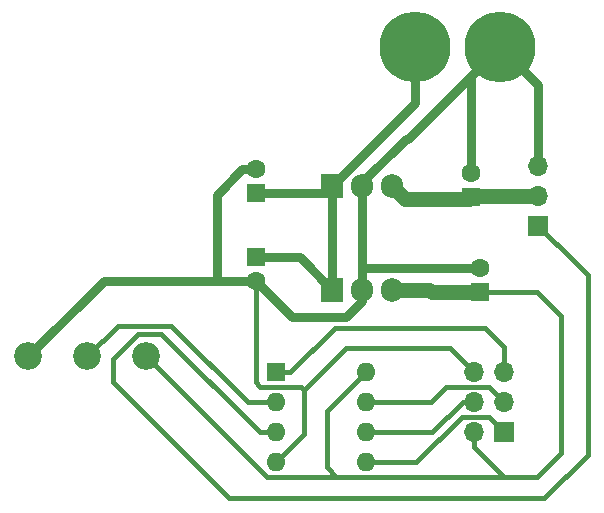
<source format=gbr>
%TF.GenerationSoftware,KiCad,Pcbnew,(6.0.7)*%
%TF.CreationDate,2022-10-09T18:49:54+08:00*%
%TF.ProjectId,servo_test,73657276-6f5f-4746-9573-742e6b696361,rev?*%
%TF.SameCoordinates,Original*%
%TF.FileFunction,Copper,L2,Bot*%
%TF.FilePolarity,Positive*%
%FSLAX46Y46*%
G04 Gerber Fmt 4.6, Leading zero omitted, Abs format (unit mm)*
G04 Created by KiCad (PCBNEW (6.0.7)) date 2022-10-09 18:49:54*
%MOMM*%
%LPD*%
G01*
G04 APERTURE LIST*
%TA.AperFunction,ComponentPad*%
%ADD10R,1.600000X1.600000*%
%TD*%
%TA.AperFunction,ComponentPad*%
%ADD11C,1.600000*%
%TD*%
%TA.AperFunction,ComponentPad*%
%ADD12C,6.000000*%
%TD*%
%TA.AperFunction,ComponentPad*%
%ADD13C,2.340000*%
%TD*%
%TA.AperFunction,ComponentPad*%
%ADD14O,1.600000X1.600000*%
%TD*%
%TA.AperFunction,ComponentPad*%
%ADD15R,1.700000X1.700000*%
%TD*%
%TA.AperFunction,ComponentPad*%
%ADD16O,1.700000X1.700000*%
%TD*%
%TA.AperFunction,ComponentPad*%
%ADD17R,1.905000X2.000000*%
%TD*%
%TA.AperFunction,ComponentPad*%
%ADD18O,1.905000X2.000000*%
%TD*%
%TA.AperFunction,Conductor*%
%ADD19C,0.400000*%
%TD*%
%TA.AperFunction,Conductor*%
%ADD20C,0.762000*%
%TD*%
%TA.AperFunction,Conductor*%
%ADD21C,1.270000*%
%TD*%
G04 APERTURE END LIST*
D10*
%TO.P,C1,1*%
%TO.N,+BATT*%
X128150000Y-89474888D03*
D11*
%TO.P,C1,2*%
%TO.N,GNDPWR*%
X128150000Y-91474888D03*
%TD*%
D12*
%TO.P,J1,1,+*%
%TO.N,+BATT*%
X141630000Y-71670000D03*
%TO.P,J1,2,-*%
%TO.N,GNDPWR*%
X148830000Y-71670000D03*
%TD*%
D13*
%TO.P,RV1,1,1*%
%TO.N,+5V*%
X118890000Y-97860000D03*
%TO.P,RV1,2,2*%
%TO.N,VR*%
X113890000Y-97860000D03*
%TO.P,RV1,3,3*%
%TO.N,GNDPWR*%
X108890000Y-97860000D03*
%TD*%
D11*
%TO.P,C2,2*%
%TO.N,GNDPWR*%
X128160000Y-82025113D03*
D10*
%TO.P,C2,1*%
%TO.N,+BATT*%
X128160000Y-84025113D03*
%TD*%
%TO.P,U1,1,~{RESET}/PB5*%
%TO.N,RESET*%
X129840000Y-99220000D03*
D14*
%TO.P,U1,2,XTAL1/PB3*%
%TO.N,VR*%
X129840000Y-101760000D03*
%TO.P,U1,3,XTAL2/PB4*%
%TO.N,servo*%
X129840000Y-104300000D03*
%TO.P,U1,4,GND*%
%TO.N,GNDPWR*%
X129840000Y-106840000D03*
%TO.P,U1,5,AREF/PB0*%
%TO.N,MOSI*%
X137460000Y-106840000D03*
%TO.P,U1,6,PB1*%
%TO.N,MISO*%
X137460000Y-104300000D03*
%TO.P,U1,7,PB2*%
%TO.N,SCK*%
X137460000Y-101760000D03*
%TO.P,U1,8,VCC*%
%TO.N,+5V*%
X137460000Y-99220000D03*
%TD*%
D15*
%TO.P,J2,1,MISO*%
%TO.N,MOSI*%
X149175000Y-104245000D03*
D16*
%TO.P,J2,2,VCC*%
%TO.N,+5V*%
X146635000Y-104245000D03*
%TO.P,J2,3,SCK*%
%TO.N,SCK*%
X149175000Y-101705000D03*
%TO.P,J2,4,MOSI*%
%TO.N,MISO*%
X146635000Y-101705000D03*
%TO.P,J2,5,~{RST}*%
%TO.N,RESET*%
X149175000Y-99165000D03*
%TO.P,J2,6,GND*%
%TO.N,GNDPWR*%
X146635000Y-99165000D03*
%TD*%
D17*
%TO.P,U3,1,VI*%
%TO.N,+BATT*%
X134620000Y-92205000D03*
D18*
%TO.P,U3,2,GND*%
%TO.N,GNDPWR*%
X137160000Y-92205000D03*
%TO.P,U3,3,VO*%
%TO.N,+5V*%
X139700000Y-92205000D03*
%TD*%
D15*
%TO.P,M1,1,PWM*%
%TO.N,servo*%
X152080000Y-86785000D03*
D16*
%TO.P,M1,2,+*%
%TO.N,+6V*%
X152080000Y-84245000D03*
%TO.P,M1,3,-*%
%TO.N,GNDPWR*%
X152080000Y-81705000D03*
%TD*%
D17*
%TO.P,U2,1,VI*%
%TO.N,+BATT*%
X134620000Y-83405000D03*
D18*
%TO.P,U2,2,GND*%
%TO.N,GNDPWR*%
X137160000Y-83405000D03*
%TO.P,U2,3,VO*%
%TO.N,+6V*%
X139700000Y-83405000D03*
%TD*%
D10*
%TO.P,C4,1*%
%TO.N,+5V*%
X147100000Y-92400000D03*
D11*
%TO.P,C4,2*%
%TO.N,GNDPWR*%
X147100000Y-90400000D03*
%TD*%
D10*
%TO.P,C3,1*%
%TO.N,+6V*%
X146370000Y-84380000D03*
D11*
%TO.P,C3,2*%
%TO.N,GNDPWR*%
X146370000Y-82380000D03*
%TD*%
D19*
%TO.N,MISO*%
X143070000Y-104300000D02*
X137460000Y-104300000D01*
X145665000Y-101705000D02*
X143070000Y-104300000D01*
X146635000Y-101705000D02*
X145665000Y-101705000D01*
%TO.N,MOSI*%
X141760000Y-106840000D02*
X137460000Y-106840000D01*
X145620000Y-102980000D02*
X141760000Y-106840000D01*
X147910000Y-102980000D02*
X145620000Y-102980000D01*
X149175000Y-104245000D02*
X147910000Y-102980000D01*
D20*
%TO.N,+BATT*%
X128150000Y-89474888D02*
X131889888Y-89474888D01*
X131889888Y-89474888D02*
X134620000Y-92205000D01*
X141630000Y-76395000D02*
X134620000Y-83405000D01*
X134620000Y-92205000D02*
X134620000Y-83405000D01*
X133999887Y-84025113D02*
X134620000Y-83405000D01*
X141630000Y-71670000D02*
X141630000Y-76395000D01*
X128160000Y-84025113D02*
X133999887Y-84025113D01*
%TO.N,GNDPWR*%
X137160000Y-90410000D02*
X137160000Y-83405000D01*
X128160000Y-82025113D02*
X127028630Y-82025113D01*
D19*
X132240000Y-104440000D02*
X132240000Y-100710000D01*
X128529633Y-100449633D02*
X128150000Y-100070000D01*
X137160000Y-92530000D02*
X137160000Y-92205000D01*
D20*
X124834888Y-84218855D02*
X124834888Y-91474888D01*
D19*
X132240000Y-100710000D02*
X135790000Y-97160000D01*
D20*
X135810000Y-94540000D02*
X137160000Y-93190000D01*
X146370000Y-74130000D02*
X148830000Y-71670000D01*
D19*
X131979633Y-100449633D02*
X128529633Y-100449633D01*
D20*
X128150000Y-91474888D02*
X131215112Y-94540000D01*
X137160000Y-92205000D02*
X137160000Y-90410000D01*
X115275112Y-91474888D02*
X124834888Y-91474888D01*
X137160000Y-83100000D02*
X140840000Y-79420000D01*
X137170000Y-90400000D02*
X137160000Y-90410000D01*
D19*
X132240000Y-100710000D02*
X131979633Y-100449633D01*
D20*
X140840000Y-79420000D02*
X141080000Y-79420000D01*
X152080000Y-81705000D02*
X152080000Y-74920000D01*
X137160000Y-93190000D02*
X137160000Y-92530000D01*
X146370000Y-82380000D02*
X146370000Y-74130000D01*
D19*
X128150000Y-100070000D02*
X128150000Y-91474888D01*
D20*
X124834888Y-91474888D02*
X128150000Y-91474888D01*
D19*
X144630000Y-97160000D02*
X146635000Y-99165000D01*
X135790000Y-97160000D02*
X144630000Y-97160000D01*
D20*
X141080000Y-79420000D02*
X148830000Y-71670000D01*
X127028630Y-82025113D02*
X124834888Y-84218855D01*
X152080000Y-74920000D02*
X148830000Y-71670000D01*
D19*
X137160000Y-83405000D02*
X137160000Y-83100000D01*
D20*
X131215112Y-94540000D02*
X135810000Y-94540000D01*
D19*
X129840000Y-106840000D02*
X132240000Y-104440000D01*
D20*
X108890000Y-97860000D02*
X115275112Y-91474888D01*
X147100000Y-90400000D02*
X137170000Y-90400000D01*
D19*
%TO.N,+5V*%
X134150000Y-102530000D02*
X134150000Y-107240000D01*
X134980000Y-108070000D02*
X135930000Y-108070000D01*
X150650000Y-108070000D02*
X149160000Y-108070000D01*
D21*
X143060000Y-92400000D02*
X147100000Y-92400000D01*
D19*
X137460000Y-99220000D02*
X134150000Y-102530000D01*
X147100000Y-92400000D02*
X151960000Y-92400000D01*
D21*
X139700000Y-92205000D02*
X142865000Y-92205000D01*
D19*
X154000000Y-106040000D02*
X151970000Y-108070000D01*
X146635000Y-105545000D02*
X146635000Y-104245000D01*
X149160000Y-108070000D02*
X146635000Y-105545000D01*
X151960000Y-92400000D02*
X154000000Y-94440000D01*
X151970000Y-108070000D02*
X150650000Y-108070000D01*
X118890000Y-97860000D02*
X129100000Y-108070000D01*
X135930000Y-108070000D02*
X150650000Y-108070000D01*
D21*
X142865000Y-92205000D02*
X143060000Y-92400000D01*
D19*
X154000000Y-94440000D02*
X154000000Y-106040000D01*
X129100000Y-108070000D02*
X135930000Y-108070000D01*
X134150000Y-107240000D02*
X134980000Y-108070000D01*
%TO.N,SCK*%
X147920000Y-100450000D02*
X149175000Y-101705000D01*
X137460000Y-101760000D02*
X142960000Y-101760000D01*
X142960000Y-101760000D02*
X144270000Y-100450000D01*
X144270000Y-100450000D02*
X147920000Y-100450000D01*
%TO.N,RESET*%
X149175000Y-97075000D02*
X149175000Y-99165000D01*
X147550000Y-95450000D02*
X149175000Y-97075000D01*
X134850000Y-95450000D02*
X147550000Y-95450000D01*
X131080000Y-99220000D02*
X134850000Y-95450000D01*
X129840000Y-99220000D02*
X131080000Y-99220000D01*
%TO.N,servo*%
X129840000Y-104300000D02*
X128500000Y-104300000D01*
X128500000Y-104300000D02*
X120160000Y-95960000D01*
X156260000Y-90965000D02*
X155202500Y-89907500D01*
X116070000Y-98050000D02*
X116070000Y-100030000D01*
X152580000Y-109890000D02*
X156260000Y-106210000D01*
X156260000Y-106210000D02*
X156260000Y-90965000D01*
X155202500Y-89907500D02*
X152080000Y-86785000D01*
X125930000Y-109890000D02*
X152580000Y-109890000D01*
X118160000Y-95960000D02*
X116070000Y-98050000D01*
X120160000Y-95960000D02*
X118160000Y-95960000D01*
X116070000Y-100030000D02*
X125930000Y-109890000D01*
D21*
%TO.N,+6V*%
X140830113Y-84535113D02*
X146214887Y-84535113D01*
X152080000Y-84245000D02*
X146505000Y-84245000D01*
X146214887Y-84535113D02*
X146370000Y-84380000D01*
X139700000Y-83405000D02*
X140830113Y-84535113D01*
X146505000Y-84245000D02*
X146370000Y-84380000D01*
D19*
%TO.N,VR*%
X113890000Y-97860000D02*
X116490000Y-95260000D01*
X127490000Y-101760000D02*
X129840000Y-101760000D01*
X120990000Y-95260000D02*
X127490000Y-101760000D01*
X116490000Y-95260000D02*
X120990000Y-95260000D01*
%TD*%
M02*

</source>
